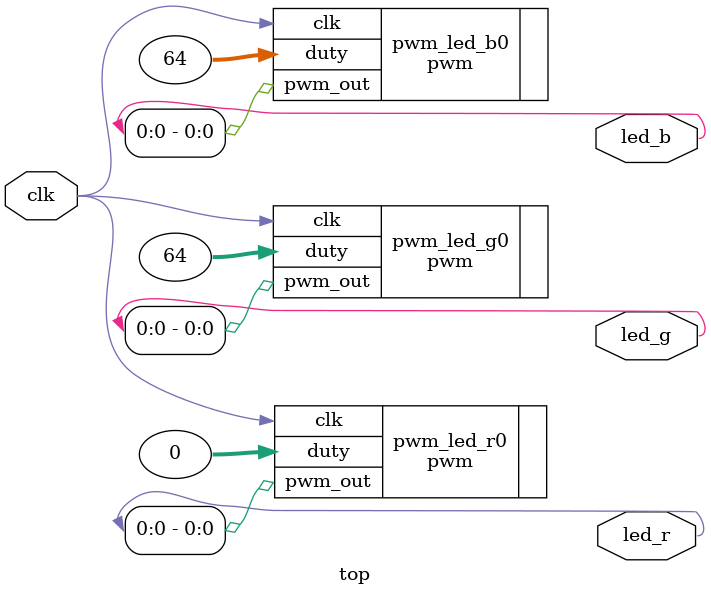
<source format=sv>

`default_nettype none
`timescale 1ns / 1ps

module top (
    input  wire logic clk,
    output      logic [3:0] led_r,
    output      logic [3:0] led_g,
    output      logic [3:0] led_b
    );

    pwm pwm_led_r0 (.clk, .duty(0),  .pwm_out(led_r[0]));
    pwm pwm_led_g0 (.clk, .duty(64), .pwm_out(led_g[0]));
    pwm pwm_led_b0 (.clk, .duty(64), .pwm_out(led_b[0]));
endmodule

</source>
